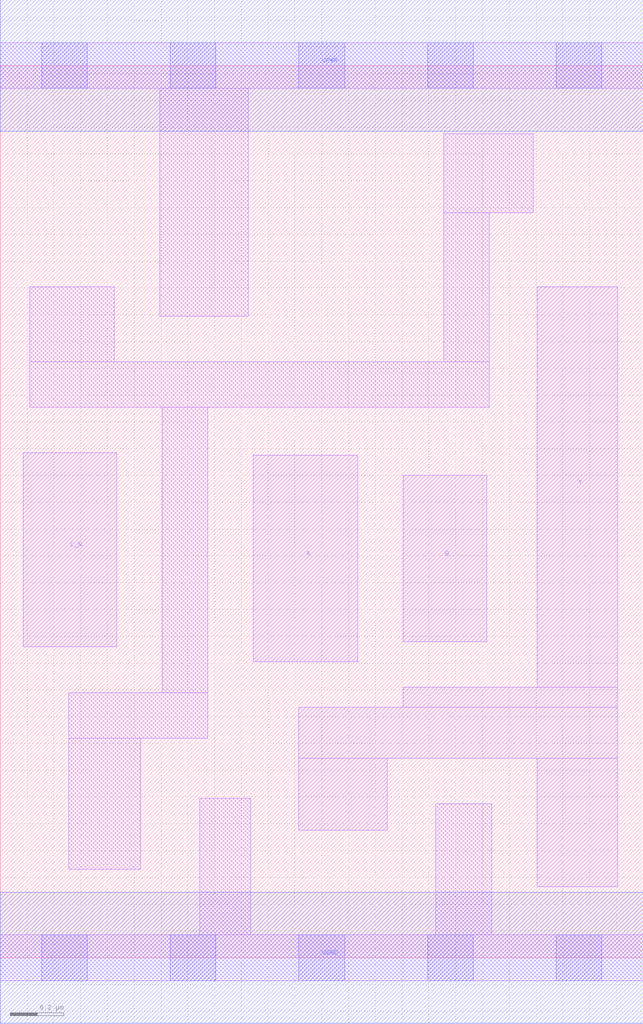
<source format=lef>
# Copyright 2020 The SkyWater PDK Authors
#
# Licensed under the Apache License, Version 2.0 (the "License");
# you may not use this file except in compliance with the License.
# You may obtain a copy of the License at
#
#     https://www.apache.org/licenses/LICENSE-2.0
#
# Unless required by applicable law or agreed to in writing, software
# distributed under the License is distributed on an "AS IS" BASIS,
# WITHOUT WARRANTIES OR CONDITIONS OF ANY KIND, either express or implied.
# See the License for the specific language governing permissions and
# limitations under the License.
#
# SPDX-License-Identifier: Apache-2.0

VERSION 5.7 ;
  NOWIREEXTENSIONATPIN ON ;
  DIVIDERCHAR "/" ;
  BUSBITCHARS "[]" ;
UNITS
  DATABASE MICRONS 200 ;
END UNITS
MACRO sky130_fd_sc_lp__nor3b_m
  CLASS CORE ;
  FOREIGN sky130_fd_sc_lp__nor3b_m ;
  ORIGIN  0.000000  0.000000 ;
  SIZE  2.400000 BY  3.330000 ;
  SYMMETRY X Y R90 ;
  SITE unit ;
  PIN A
    ANTENNAGATEAREA  0.126000 ;
    DIRECTION INPUT ;
    USE SIGNAL ;
    PORT
      LAYER li1 ;
        RECT 0.945000 1.105000 1.335000 1.875000 ;
    END
  END A
  PIN B
    ANTENNAGATEAREA  0.126000 ;
    DIRECTION INPUT ;
    USE SIGNAL ;
    PORT
      LAYER li1 ;
        RECT 1.505000 1.180000 1.815000 1.800000 ;
    END
  END B
  PIN C_N
    ANTENNAGATEAREA  0.126000 ;
    DIRECTION INPUT ;
    USE SIGNAL ;
    PORT
      LAYER li1 ;
        RECT 0.085000 1.160000 0.435000 1.885000 ;
    END
  END C_N
  PIN Y
    ANTENNADIFFAREA  0.340200 ;
    DIRECTION OUTPUT ;
    USE SIGNAL ;
    PORT
      LAYER li1 ;
        RECT 1.115000 0.475000 1.445000 0.745000 ;
        RECT 1.115000 0.745000 2.305000 0.935000 ;
        RECT 1.505000 0.935000 2.305000 1.010000 ;
        RECT 2.005000 0.265000 2.305000 0.745000 ;
        RECT 2.005000 1.010000 2.305000 2.505000 ;
    END
  END Y
  PIN VGND
    DIRECTION INOUT ;
    USE GROUND ;
    PORT
      LAYER met1 ;
        RECT 0.000000 -0.245000 2.400000 0.245000 ;
    END
  END VGND
  PIN VPWR
    DIRECTION INOUT ;
    USE POWER ;
    PORT
      LAYER met1 ;
        RECT 0.000000 3.085000 2.400000 3.575000 ;
    END
  END VPWR
  OBS
    LAYER li1 ;
      RECT 0.000000 -0.085000 2.400000 0.085000 ;
      RECT 0.000000  3.245000 2.400000 3.415000 ;
      RECT 0.110000  2.055000 1.825000 2.225000 ;
      RECT 0.110000  2.225000 0.425000 2.505000 ;
      RECT 0.255000  0.330000 0.525000 0.820000 ;
      RECT 0.255000  0.820000 0.775000 0.990000 ;
      RECT 0.595000  2.395000 0.925000 3.245000 ;
      RECT 0.605000  0.990000 0.775000 2.055000 ;
      RECT 0.745000  0.085000 0.935000 0.595000 ;
      RECT 1.625000  0.085000 1.835000 0.575000 ;
      RECT 1.655000  2.225000 1.825000 2.780000 ;
      RECT 1.655000  2.780000 1.990000 3.075000 ;
    LAYER mcon ;
      RECT 0.155000 -0.085000 0.325000 0.085000 ;
      RECT 0.155000  3.245000 0.325000 3.415000 ;
      RECT 0.635000 -0.085000 0.805000 0.085000 ;
      RECT 0.635000  3.245000 0.805000 3.415000 ;
      RECT 1.115000 -0.085000 1.285000 0.085000 ;
      RECT 1.115000  3.245000 1.285000 3.415000 ;
      RECT 1.595000 -0.085000 1.765000 0.085000 ;
      RECT 1.595000  3.245000 1.765000 3.415000 ;
      RECT 2.075000 -0.085000 2.245000 0.085000 ;
      RECT 2.075000  3.245000 2.245000 3.415000 ;
  END
END sky130_fd_sc_lp__nor3b_m
END LIBRARY

</source>
